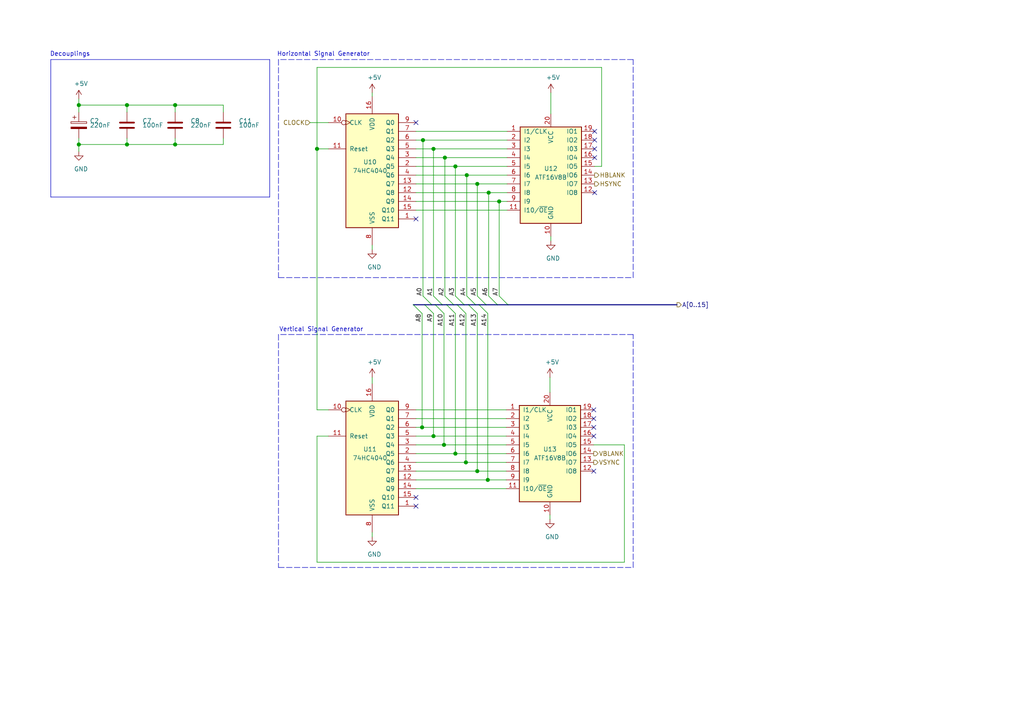
<source format=kicad_sch>
(kicad_sch (version 20211123) (generator eeschema)
  (paper "A4")
  (lib_symbols
    (symbol "4xxx:4040" (pin_names (offset 1.016))
      (property "Reference" "U" (at -7.62 16.51 0))
      (property "Value" "4040" (at -7.62 -19.05 0))
      (symbol "4040_1_0"
        (pin output line (at 12.7 -15.24 180) (length 5.08) (name "Q11") (number "1"))
        (pin input inverted_clock (at -12.7 12.7 0) (length 5.08) (name "CLK") (number "10"))
        (pin input line (at -12.7 5.08 0) (length 5.08) (name "Reset") (number "11"))
        (pin output line (at 12.7 -7.62 180) (length 5.08) (name "Q8") (number "12"))
        (pin output line (at 12.7 -5.08 180) (length 5.08) (name "Q7") (number "13"))
        (pin output line (at 12.7 -10.16 180) (length 5.08) (name "Q9") (number "14"))
        (pin output line (at 12.7 -12.7 180) (length 5.08) (name "Q10") (number "15"))
        (pin power_in line (at 0 20.32 270) (length 5.08) (name "VDD") (number "16"))
        (pin output line (at 12.7 0 180) (length 5.08) (name "Q5") (number "2"))
        (pin output line (at 12.7 2.54 180) (length 5.08) (name "Q4") (number "3"))
        (pin output line (at 12.7 -2.54 180) (length 5.08) (name "Q6") (number "4"))
        (pin output line (at 12.7 5.08 180) (length 5.08) (name "Q3") (number "5"))
        (pin output line (at 12.7 7.62 180) (length 5.08) (name "Q2") (number "6"))
        (pin output line (at 12.7 10.16 180) (length 5.08) (name "Q1") (number "7"))
        (pin power_in line (at 0 -22.86 90) (length 5.08) (name "VSS") (number "8"))
        (pin output line (at 12.7 12.7 180) (length 5.08) (name "Q0") (number "9"))
      )
      (symbol "4040_1_1"
        (rectangle (start -7.62 15.24) (end 7.62 -17.78) (stroke (width 0.254)) (fill (type background)))
      )
    )
    (symbol "Device:C" (pin_numbers hide) (pin_names (offset 0.254))
      (property "Reference" "C" (at 0.635 2.54 0))
      (property "Value" "C" (at 0.635 -2.54 0))
      (symbol "C_0_1"
        (polyline (pts (xy -2.032 -0.762) (xy 2.032 -0.762)) (stroke (width 0.508)))
        (polyline (pts (xy -2.032 0.762) (xy 2.032 0.762)) (stroke (width 0.508)))
      )
      (symbol "C_1_1"
        (pin passive line (at 0 3.81 270) (length 2.794) (name "~") (number "1"))
        (pin passive line (at 0 -3.81 90) (length 2.794) (name "~") (number "2"))
      )
    )
    (symbol "Device:CP" (pin_numbers hide) (pin_names (offset 0.254))
      (property "Reference" "C" (at 0.635 2.54 0))
      (property "Value" "CP" (at 0.635 -2.54 0))
      (symbol "CP_0_1"
        (rectangle (start -2.286 0.508) (end 2.286 1.016))
        (polyline (pts (xy -1.778 2.286) (xy -0.762 2.286)))
        (polyline (pts (xy -1.27 2.794) (xy -1.27 1.778)))
        (rectangle (start 2.286 -0.508) (end -2.286 -1.016) (fill (type outline)))
      )
      (symbol "CP_1_1"
        (pin passive line (at 0 3.81 270) (length 2.794) (name "~") (number "1"))
        (pin passive line (at 0 -3.81 90) (length 2.794) (name "~") (number "2"))
      )
    )
    (symbol "Logic_Programmable:GAL16V8" (pin_names (offset 1.016))
      (property "Reference" "U" (at -8.89 16.51 0))
      (property "Value" "GAL16V8" (at 1.27 16.51 0))
      (symbol "GAL16V8_0_0"
        (pin power_in line (at 0 -17.78 90) (length 3.81) (name "GND") (number "10"))
        (pin power_in line (at 0 17.78 270) (length 3.81) (name "VCC") (number "20"))
      )
      (symbol "GAL16V8_0_1"
        (rectangle (start -8.89 13.97) (end 8.89 -13.97) (stroke (width 0.254)) (fill (type background)))
      )
      (symbol "GAL16V8_1_1"
        (pin input line (at -12.7 12.7 0) (length 3.81) (name "I1/CLK") (number "1"))
        (pin input line (at -12.7 -10.16 0) (length 3.81) (name "I10/~{OE}") (number "11"))
        (pin tri_state line (at 12.7 -5.08 180) (length 3.81) (name "IO8") (number "12"))
        (pin tri_state line (at 12.7 -2.54 180) (length 3.81) (name "IO7") (number "13"))
        (pin tri_state line (at 12.7 0 180) (length 3.81) (name "IO6") (number "14"))
        (pin tri_state line (at 12.7 2.54 180) (length 3.81) (name "IO5") (number "15"))
        (pin tri_state line (at 12.7 5.08 180) (length 3.81) (name "IO4") (number "16"))
        (pin tri_state line (at 12.7 7.62 180) (length 3.81) (name "I03") (number "17"))
        (pin tri_state line (at 12.7 10.16 180) (length 3.81) (name "IO2") (number "18"))
        (pin tri_state line (at 12.7 12.7 180) (length 3.81) (name "IO1") (number "19"))
        (pin input line (at -12.7 10.16 0) (length 3.81) (name "I2") (number "2"))
        (pin input line (at -12.7 7.62 0) (length 3.81) (name "I3") (number "3"))
        (pin input line (at -12.7 5.08 0) (length 3.81) (name "I4") (number "4"))
        (pin input line (at -12.7 2.54 0) (length 3.81) (name "I5") (number "5"))
        (pin input line (at -12.7 0 0) (length 3.81) (name "I6") (number "6"))
        (pin input line (at -12.7 -2.54 0) (length 3.81) (name "I7") (number "7"))
        (pin input line (at -12.7 -5.08 0) (length 3.81) (name "I8") (number "8"))
        (pin input line (at -12.7 -7.62 0) (length 3.81) (name "I9") (number "9"))
      )
    )
    (symbol "power:+5V" (power) (pin_names (offset 0))
      (property "Value" "+5V" (at 0 3.556 0))
      (symbol "+5V_0_1"
        (polyline (pts (xy -0.762 1.27) (xy 0 2.54)))
        (polyline (pts (xy 0 0) (xy 0 2.54)))
        (polyline (pts (xy 0 2.54) (xy 0.762 1.27)))
      )
      (symbol "+5V_1_1"
        (pin power_in line (at 0 0 90) (length 0) hide (name "+5V") (number "1"))
      )
    )
    (symbol "power:GND" (power) (pin_names (offset 0))
      (property "Value" "GND" (at 0 -3.81 0))
      (symbol "GND_0_1"
        (polyline (pts (xy 0 0) (xy 0 -1.27) (xy 1.27 -1.27) (xy 0 -2.54) (xy -1.27 -1.27) (xy 0 -1.27)))
      )
      (symbol "GND_1_1"
        (pin power_in line (at 0 0 270) (length 0) hide (name "GND") (number "1"))
      )
    )
  )
  (junction (at 132.08 131.572) (diameter 1.016))
  (junction (at 50.8 41.91) (diameter 1.016))
  (junction (at 50.8 30.48) (diameter 1.016))
  (junction (at 128.778 129.032) (diameter 1.016))
  (junction (at 122.428 123.952) (diameter 1.016))
  (junction (at 141.478 139.192) (diameter 1.016))
  (junction (at 22.86 41.91) (diameter 1.016))
  (junction (at 36.83 30.48) (diameter 1.016))
  (junction (at 135.128 134.112) (diameter 1.016))
  (junction (at 91.948 43.18) (diameter 1.016))
  (junction (at 122.682 40.64) (diameter 1.016))
  (junction (at 141.732 55.88) (diameter 1.016))
  (junction (at 36.83 41.91) (diameter 1.016))
  (junction (at 129.032 45.72) (diameter 1.016))
  (junction (at 138.43 136.652) (diameter 1.016))
  (junction (at 138.43 53.34) (diameter 1.016))
  (junction (at 125.73 43.18) (diameter 1.016))
  (junction (at 132.08 48.26) (diameter 1.016))
  (junction (at 22.86 30.48) (diameter 1.016))
  (junction (at 135.382 50.8) (diameter 1.016))
  (junction (at 125.73 126.492) (diameter 1.016))
  (junction (at 144.78 58.42) (diameter 1.016))
  (no_connect (at 120.65 144.272))
  (no_connect (at 172.466 40.64))
  (no_connect (at 172.466 45.72))
  (no_connect (at 120.65 35.56))
  (no_connect (at 172.212 123.952))
  (no_connect (at 172.212 118.872))
  (no_connect (at 120.65 63.5))
  (no_connect (at 172.212 121.412))
  (no_connect (at 172.466 43.18))
  (no_connect (at 172.466 55.88))
  (no_connect (at 172.212 136.652))
  (no_connect (at 172.212 126.492))
  (no_connect (at 172.466 38.1))
  (no_connect (at 120.65 146.812))
  (bus_entry (at 141.732 85.852) (size 2.54 2.54) (stroke (width 0.1524)))
  (bus_entry (at 126.238 88.392) (size 2.54 2.54) (stroke (width 0.1524)))
  (bus_entry (at 132.588 88.392) (size 2.54 2.54) (stroke (width 0.1524)))
  (bus_entry (at 125.73 85.852) (size 2.54 2.54) (stroke (width 0.1524)))
  (bus_entry (at 135.382 85.852) (size 2.54 2.54) (stroke (width 0.1524)))
  (bus_entry (at 135.89 88.392) (size 2.54 2.54) (stroke (width 0.1524)))
  (bus_entry (at 122.682 85.852) (size 2.54 2.54) (stroke (width 0.1524)))
  (bus_entry (at 129.54 88.392) (size 2.54 2.54) (stroke (width 0.1524)))
  (bus_entry (at 123.19 88.392) (size 2.54 2.54) (stroke (width 0.1524)))
  (bus_entry (at 132.08 85.852) (size 2.54 2.54) (stroke (width 0.1524)))
  (bus_entry (at 119.888 88.392) (size 2.54 2.54) (stroke (width 0.1524)))
  (bus_entry (at 138.43 85.852) (size 2.54 2.54) (stroke (width 0.1524)))
  (bus_entry (at 144.78 85.852) (size 2.54 2.54) (stroke (width 0.1524)))
  (bus_entry (at 138.938 88.392) (size 2.54 2.54) (stroke (width 0.1524)))
  (bus_entry (at 129.032 85.852) (size 2.54 2.54) (stroke (width 0.1524)))
  (wire (pts (xy 120.65 50.8) (xy 135.382 50.8)))
  (polyline (pts (xy 78.232 57.15) (xy 78.232 17.272)) (stroke (width 0) (type solid)))
  (polyline (pts (xy 183.642 80.518) (xy 183.642 17.272)) (stroke (width 0) (type dash)))
  (wire (pts (xy 128.778 129.032) (xy 146.812 129.032)))
  (wire (pts (xy 135.382 50.8) (xy 147.066 50.8)))
  (wire (pts (xy 107.95 109.474) (xy 107.95 111.252)))
  (wire (pts (xy 64.77 41.91) (xy 64.77 40.132)))
  (wire (pts (xy 50.8 30.48) (xy 64.77 30.48)))
  (wire (pts (xy 138.43 53.34) (xy 138.43 85.852)))
  (wire (pts (xy 144.78 58.42) (xy 147.066 58.42)))
  (wire (pts (xy 122.682 40.64) (xy 122.682 85.852)))
  (wire (pts (xy 107.95 71.12) (xy 107.95 72.39)))
  (polyline (pts (xy 80.772 97.028) (xy 80.772 164.592)) (stroke (width 0) (type dash)))
  (wire (pts (xy 120.65 139.192) (xy 141.478 139.192)))
  (wire (pts (xy 50.8 41.91) (xy 50.8 40.132)))
  (wire (pts (xy 132.08 90.932) (xy 132.08 131.572)))
  (wire (pts (xy 50.8 30.48) (xy 50.8 32.512)))
  (bus (pts (xy 147.32 88.392) (xy 196.342 88.392)))
  (wire (pts (xy 120.65 129.032) (xy 128.778 129.032)))
  (wire (pts (xy 135.128 90.932) (xy 135.128 134.112)))
  (wire (pts (xy 125.73 126.492) (xy 146.812 126.492)))
  (wire (pts (xy 135.382 50.8) (xy 135.382 85.852)))
  (wire (pts (xy 120.65 55.88) (xy 141.732 55.88)))
  (bus (pts (xy 119.888 88.392) (xy 123.19 88.392)))
  (wire (pts (xy 138.43 53.34) (xy 147.066 53.34)))
  (wire (pts (xy 91.948 163.068) (xy 91.948 126.492)))
  (wire (pts (xy 120.65 43.18) (xy 125.73 43.18)))
  (wire (pts (xy 22.86 32.512) (xy 22.86 30.48)))
  (wire (pts (xy 95.25 126.492) (xy 91.948 126.492)))
  (bus (pts (xy 123.19 88.392) (xy 125.222 88.392)))
  (wire (pts (xy 91.948 118.872) (xy 95.25 118.872)))
  (polyline (pts (xy 80.772 164.592) (xy 183.642 164.592)) (stroke (width 0) (type dash)))
  (wire (pts (xy 91.948 19.558) (xy 91.948 43.18)))
  (wire (pts (xy 132.08 48.26) (xy 147.066 48.26)))
  (polyline (pts (xy 14.732 57.15) (xy 78.232 57.15)) (stroke (width 0) (type solid)))
  (wire (pts (xy 120.65 118.872) (xy 146.812 118.872)))
  (wire (pts (xy 50.8 41.91) (xy 64.77 41.91)))
  (wire (pts (xy 36.83 41.91) (xy 36.83 40.132)))
  (wire (pts (xy 120.65 134.112) (xy 135.128 134.112)))
  (wire (pts (xy 159.766 26.924) (xy 159.766 33.02)))
  (wire (pts (xy 132.08 48.26) (xy 132.08 85.852)))
  (wire (pts (xy 138.43 136.652) (xy 146.812 136.652)))
  (wire (pts (xy 174.498 19.558) (xy 91.948 19.558)))
  (wire (pts (xy 181.102 129.032) (xy 181.102 163.068)))
  (wire (pts (xy 129.032 45.72) (xy 129.032 85.852)))
  (wire (pts (xy 120.65 45.72) (xy 129.032 45.72)))
  (wire (pts (xy 36.83 30.48) (xy 36.83 32.512)))
  (wire (pts (xy 120.65 131.572) (xy 132.08 131.572)))
  (polyline (pts (xy 14.732 17.272) (xy 14.732 57.15)) (stroke (width 0) (type solid)))
  (wire (pts (xy 120.65 60.96) (xy 147.066 60.96)))
  (wire (pts (xy 120.65 48.26) (xy 132.08 48.26)))
  (wire (pts (xy 120.65 40.64) (xy 122.682 40.64)))
  (wire (pts (xy 107.95 154.432) (xy 107.95 155.702)))
  (bus (pts (xy 128.27 88.392) (xy 129.54 88.392)))
  (wire (pts (xy 141.732 55.88) (xy 141.732 85.852)))
  (wire (pts (xy 122.428 123.952) (xy 146.812 123.952)))
  (bus (pts (xy 134.62 88.392) (xy 135.89 88.392)))
  (wire (pts (xy 36.83 30.48) (xy 50.8 30.48)))
  (wire (pts (xy 141.478 90.932) (xy 141.478 139.192)))
  (wire (pts (xy 22.86 41.91) (xy 22.86 43.942)))
  (polyline (pts (xy 183.642 97.028) (xy 80.772 97.028)) (stroke (width 0) (type dash)))
  (wire (pts (xy 181.102 163.068) (xy 91.948 163.068)))
  (wire (pts (xy 120.65 121.412) (xy 146.812 121.412)))
  (wire (pts (xy 125.73 43.18) (xy 125.73 85.852)))
  (wire (pts (xy 125.73 43.18) (xy 147.066 43.18)))
  (wire (pts (xy 95.25 35.56) (xy 89.916 35.56)))
  (wire (pts (xy 172.212 129.032) (xy 181.102 129.032)))
  (polyline (pts (xy 183.642 17.272) (xy 80.772 17.272)) (stroke (width 0) (type dash)))
  (bus (pts (xy 138.938 88.392) (xy 140.97 88.392)))
  (wire (pts (xy 107.95 26.924) (xy 107.95 27.94)))
  (bus (pts (xy 140.97 88.392) (xy 144.272 88.392)))
  (wire (pts (xy 159.512 149.352) (xy 159.512 150.622)))
  (wire (pts (xy 120.65 126.492) (xy 125.73 126.492)))
  (wire (pts (xy 120.65 141.732) (xy 146.812 141.732)))
  (wire (pts (xy 122.682 40.64) (xy 147.066 40.64)))
  (wire (pts (xy 120.65 38.1) (xy 147.066 38.1)))
  (bus (pts (xy 137.922 88.392) (xy 138.938 88.392)))
  (wire (pts (xy 132.08 131.572) (xy 146.812 131.572)))
  (wire (pts (xy 120.65 136.652) (xy 138.43 136.652)))
  (polyline (pts (xy 80.772 80.518) (xy 183.642 80.518)) (stroke (width 0) (type dash)))
  (wire (pts (xy 22.86 30.48) (xy 36.83 30.48)))
  (wire (pts (xy 172.466 48.26) (xy 174.498 48.26)))
  (wire (pts (xy 159.766 68.58) (xy 159.766 69.85)))
  (bus (pts (xy 132.588 88.392) (xy 134.62 88.392)))
  (wire (pts (xy 129.032 45.72) (xy 147.066 45.72)))
  (wire (pts (xy 122.428 90.932) (xy 122.428 123.952)))
  (bus (pts (xy 144.272 88.392) (xy 147.32 88.392)))
  (wire (pts (xy 22.86 40.132) (xy 22.86 41.91)))
  (wire (pts (xy 91.948 43.18) (xy 95.25 43.18)))
  (bus (pts (xy 126.238 88.392) (xy 128.27 88.392)))
  (bus (pts (xy 125.222 88.392) (xy 126.238 88.392)))
  (wire (pts (xy 174.498 48.26) (xy 174.498 19.558)))
  (wire (pts (xy 159.512 109.474) (xy 159.512 113.792)))
  (wire (pts (xy 135.128 134.112) (xy 146.812 134.112)))
  (wire (pts (xy 22.86 28.702) (xy 22.86 30.48)))
  (wire (pts (xy 22.86 41.91) (xy 36.83 41.91)))
  (wire (pts (xy 141.478 139.192) (xy 146.812 139.192)))
  (wire (pts (xy 36.83 41.91) (xy 50.8 41.91)))
  (polyline (pts (xy 183.642 164.592) (xy 183.642 97.028)) (stroke (width 0) (type dash)))
  (polyline (pts (xy 14.732 17.272) (xy 78.232 17.272)) (stroke (width 0) (type solid)))
  (wire (pts (xy 120.65 123.952) (xy 122.428 123.952)))
  (wire (pts (xy 64.77 30.48) (xy 64.77 32.512)))
  (bus (pts (xy 135.89 88.392) (xy 137.922 88.392)))
  (wire (pts (xy 128.778 90.932) (xy 128.778 129.032)))
  (wire (pts (xy 144.78 58.42) (xy 144.78 85.852)))
  (bus (pts (xy 129.54 88.392) (xy 131.572 88.392)))
  (polyline (pts (xy 80.772 17.272) (xy 80.772 80.518)) (stroke (width 0) (type dash)))
  (wire (pts (xy 91.948 43.18) (xy 91.948 118.872)))
  (wire (pts (xy 120.65 53.34) (xy 138.43 53.34)))
  (wire (pts (xy 141.732 55.88) (xy 147.066 55.88)))
  (wire (pts (xy 120.65 58.42) (xy 144.78 58.42)))
  (wire (pts (xy 138.43 90.932) (xy 138.43 136.652)))
  (wire (pts (xy 125.73 90.932) (xy 125.73 126.492)))
  (bus (pts (xy 131.572 88.392) (xy 132.588 88.392)))
  (text "Vertical Signal Generator" (at 105.41 96.393 180) (effects (font (size 1.27 1.27)) (justify right bottom)))
  (text "Horizontal Signal Generator" (at 107.315 16.51 180) (effects (font (size 1.27 1.27)) (justify right bottom)))
  (text "Decouplings" (at 26.162 16.51 180) (effects (font (size 1.27 1.27)) (justify right bottom)))
  (label "A10" (at 128.778 90.932 270))
  (label "A3" (at 132.08 85.852 90))
  (label "A5" (at 138.43 85.852 90))
  (label "A14" (at 141.478 90.932 270))
  (label "A11" (at 132.08 90.932 270))
  (label "A6" (at 141.732 85.852 90))
  (label "A2" (at 129.032 85.852 90))
  (label "A8" (at 122.428 90.932 270))
  (label "A4" (at 135.382 85.852 90))
  (label "A7" (at 144.78 85.852 90))
  (label "A12" (at 135.128 90.932 270))
  (label "A1" (at 125.73 85.852 90))
  (label "A13" (at 138.43 90.932 270))
  (label "A0" (at 122.682 85.852 90))
  (label "A9" (at 125.73 90.932 270))
  (hierarchical_label "VSYNC" (shape output) (at 172.212 134.112 0))
  (hierarchical_label "A[0..15]" (shape output) (at 196.342 88.392 0))
  (hierarchical_label "HBLANK" (shape output) (at 172.466 50.8 0))
  (hierarchical_label "VBLANK" (shape output) (at 172.212 131.572 0))
  (hierarchical_label "CLOCK" (shape input) (at 89.916 35.56 180))
  (hierarchical_label "HSYNC" (shape output) (at 172.466 53.34 0))
  (symbol (lib_id "power:+5V") (at 22.86 28.702 0) (unit 1)
    (property "Reference" "#PWR038" (effects hide))
    (property "Value" "+5V" (at 23.495 24.257 0))
  )
  (symbol (lib_id "power:+5V") (at 107.95 109.474 0) (unit 1)
    (property "Reference" "#PWR042" (effects hide))
    (property "Value" "+5V" (at 108.585 105.029 0))
  )
  (symbol (lib_id "Device:CP") (at 22.86 36.322 0) (unit 1)
    (property "Reference" "C2" (at 26.035 35.052 0) (effects (justify left)))
    (property "Value" "220nF" (at 26.035 36.322 0) (effects (justify left)))
    (property "Footprint" "Capacitor_THT:C_Radial_D5.0mm_H11.0mm_P2.00mm" (effects hide))
  )
  (symbol (lib_id "power:GND") (at 107.95 72.39 0) (unit 1)
    (property "Reference" "#PWR041" (effects hide))
    (property "Value" "GND" (at 108.585 77.47 0))
  )
  (symbol (lib_id "power:GND") (at 107.95 155.702 0) (unit 1)
    (property "Reference" "#PWR043" (effects hide))
    (property "Value" "GND" (at 108.585 160.782 0))
  )
  (symbol (lib_id "Logic_Programmable:GAL16V8") (at 159.766 50.8 0) (unit 1)
    (property "Reference" "U12" (at 159.766 48.895 0))
    (property "Value" "ATF16V8B" (at 159.766 51.435 0))
    (property "Footprint" "Package_DIP:DIP-20_W7.62mm" (effects hide))
  )
  (symbol (lib_id "Device:C") (at 36.83 36.322 0) (unit 1)
    (property "Reference" "C7" (at 41.275 35.052 0) (effects (justify left)))
    (property "Value" "100nF" (at 41.275 36.322 0) (effects (justify left)))
    (property "Footprint" "Capacitor_THT:C_Disc_D5.0mm_W2.5mm_P2.50mm" (effects hide))
  )
  (symbol (lib_id "power:+5V") (at 159.512 109.474 0) (unit 1)
    (property "Reference" "#PWR046" (effects hide))
    (property "Value" "+5V" (at 160.147 105.029 0))
  )
  (symbol (lib_id "power:+5V") (at 107.95 26.924 0) (unit 1)
    (property "Reference" "#PWR040" (effects hide))
    (property "Value" "+5V" (at 108.585 22.479 0))
  )
  (symbol (lib_id "4xxx:4040") (at 107.95 48.26 0) (unit 1)
    (property "Reference" "U10" (at 107.315 46.99 0))
    (property "Value" "74HC4040" (at 107.315 49.53 0))
  )
  (symbol (lib_id "power:GND") (at 159.766 69.85 0) (unit 1)
    (property "Reference" "#PWR045" (effects hide))
    (property "Value" "GND" (at 160.401 74.93 0))
  )
  (symbol (lib_id "Logic_Programmable:GAL16V8") (at 159.512 131.572 0) (unit 1)
    (property "Reference" "U13" (at 159.512 130.302 0))
    (property "Value" "ATF16V8B" (at 159.512 132.842 0))
    (property "Footprint" "Package_DIP:DIP-20_W7.62mm" (effects hide))
  )
  (symbol (lib_id "power:GND") (at 22.86 43.942 0) (unit 1)
    (property "Reference" "#PWR039" (effects hide))
    (property "Value" "GND" (at 23.495 49.022 0))
  )
  (symbol (lib_id "power:GND") (at 159.512 150.622 0) (unit 1)
    (property "Reference" "#PWR047" (effects hide))
    (property "Value" "GND" (at 160.147 155.702 0))
  )
  (symbol (lib_id "Device:C") (at 50.8 36.322 0) (unit 1)
    (property "Reference" "C8" (at 55.245 35.052 0) (effects (justify left)))
    (property "Value" "220nF" (at 55.245 36.322 0) (effects (justify left)))
    (property "Footprint" "Capacitor_THT:C_Disc_D5.0mm_W2.5mm_P2.50mm" (effects hide))
  )
  (symbol (lib_id "power:+5V") (at 159.766 26.924 0) (unit 1)
    (property "Reference" "#PWR044" (effects hide))
    (property "Value" "+5V" (at 160.401 22.479 0))
  )
  (symbol (lib_id "4xxx:4040") (at 107.95 131.572 0) (unit 1)
    (property "Reference" "U11" (at 107.315 130.302 0))
    (property "Value" "74HC4040" (at 107.315 132.842 0))
  )
  (symbol (lib_id "Device:C") (at 64.77 36.322 0) (unit 1)
    (property "Reference" "C11" (at 69.215 35.052 0) (effects (justify left)))
    (property "Value" "100nF" (at 69.215 36.322 0) (effects (justify left)))
    (property "Footprint" "Capacitor_THT:C_Disc_D5.0mm_W2.5mm_P2.50mm" (effects hide))
  )
)
</source>
